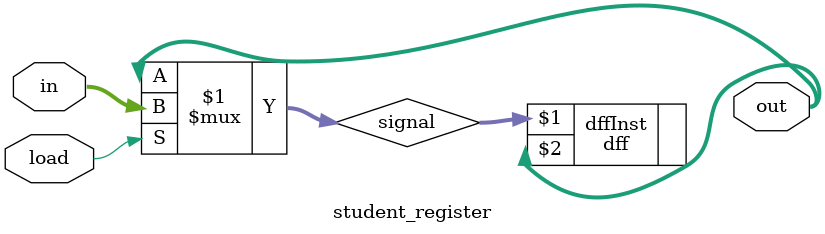
<source format=v>


// module student_register (input[15:0] in, input load, output [15:0] out); //is still a little slow
//     wire [15:0] dffIn, dffOut;
//     student_mux16 muxInst (dffOut, in, load, dffIn); 
//     dff #(16) dffIinst (dffIn, dffOut);

//     assign out = dffOut;
// endmodule

module student_register (input[15:0] in, input load, output [15:0] out);
    wire [15:0] signal = load ? in : out; //if load is high, signal is in, otherwise signal is out (ie the current value of the register is fed back into itself when load is low)
    dff #(16) dffInst (signal, out); //on the rising edge of the clock, the value of signal is loaded into the register and becomes the new output
endmodule
</source>
